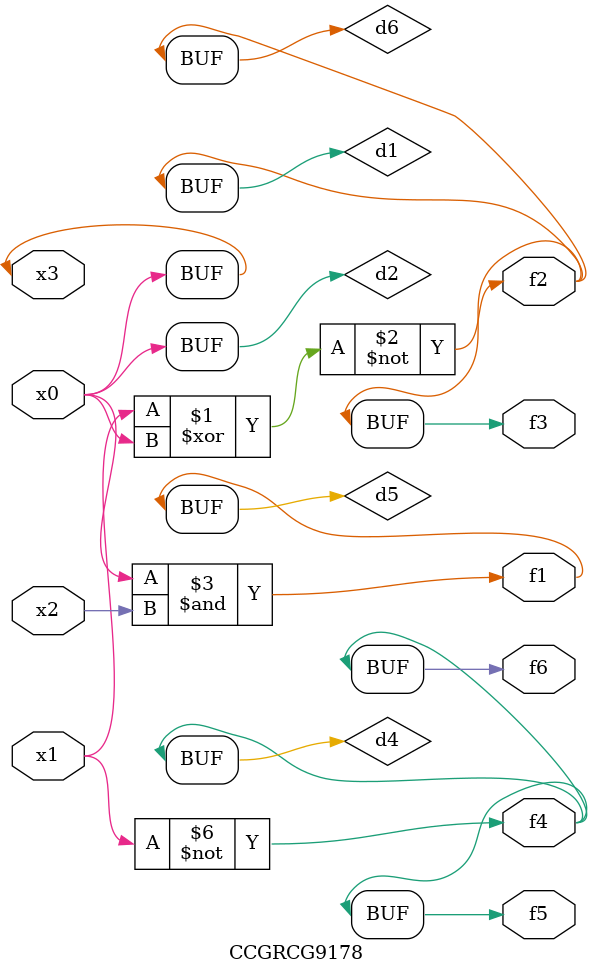
<source format=v>
module CCGRCG9178(
	input x0, x1, x2, x3,
	output f1, f2, f3, f4, f5, f6
);

	wire d1, d2, d3, d4, d5, d6;

	xnor (d1, x1, x3);
	buf (d2, x0, x3);
	nand (d3, x0, x2);
	not (d4, x1);
	nand (d5, d3);
	or (d6, d1);
	assign f1 = d5;
	assign f2 = d6;
	assign f3 = d6;
	assign f4 = d4;
	assign f5 = d4;
	assign f6 = d4;
endmodule

</source>
